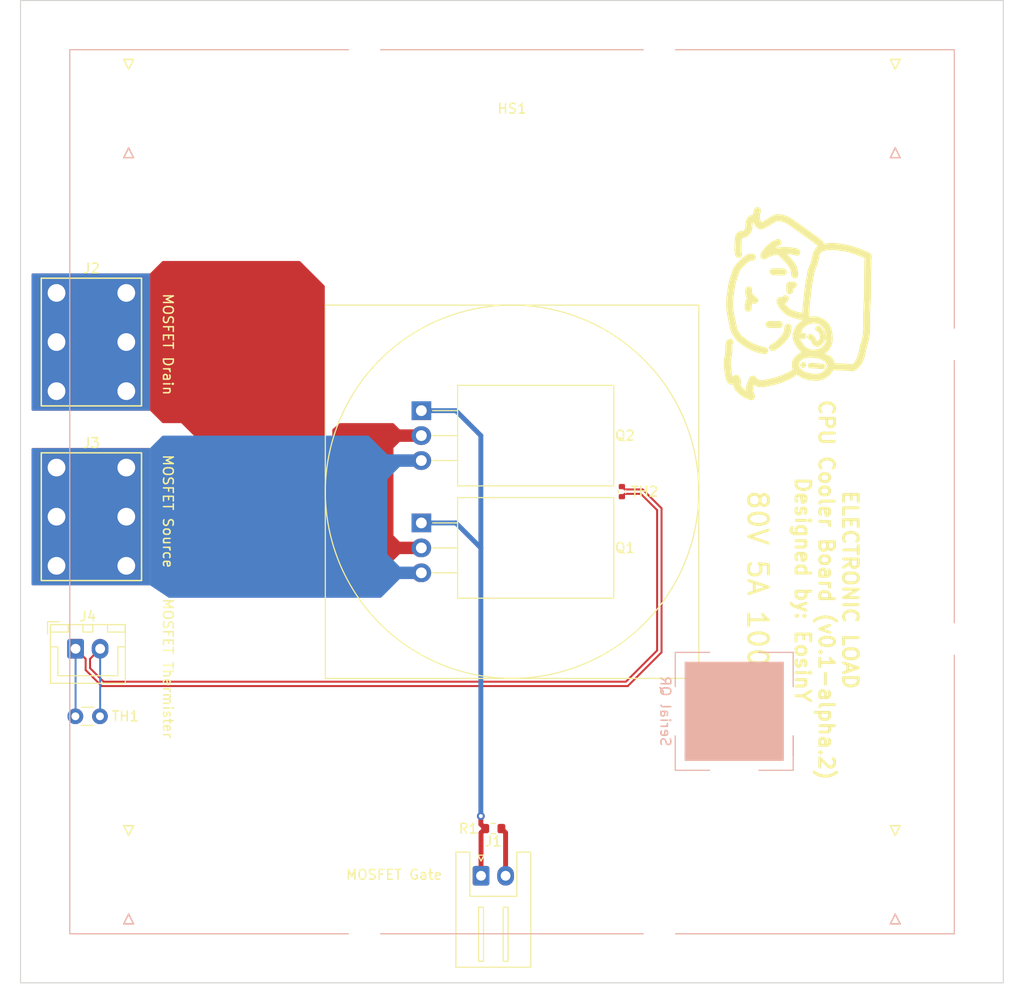
<source format=kicad_pcb>
(kicad_pcb (version 20241229) (generator "pcbnew") (generator_version "9.0")
  (layers (0 "F.Cu" signal) (2 "B.Cu" signal) (13 "F.Paste" user) (15 "B.Paste" user) (5 "F.SilkS" user "F.Silkscreen") (7 "B.SilkS" user "B.Silkscreen") (1 "F.Mask" user) (3 "B.Mask" user) (25 "Edge.Cuts" user))
  (net 0 "")
  (net 1 "GND")
  (net 2 "/Gate")
  (net 3 "/MOS+")
  (net 4 "/MOS-")
  (net 5 "/NTC+")
  (net 6 "/NTC-")
  (footprint "Eoshi-chan_v2:Eoshi-chan-v2_20x20" (layer "F.Cu") (at 109 61 -90)
    (property "Reference" "P1" (hide yes))
    (property "Value" "Eoshi-chan_Silk" (hide yes))
  )
  (footprint "MountingHole:MountingHole_3.2mm_M3" (layer "F.Cu") (at 125 65)
    (property "Reference" "H6" (hide yes))
    (property "Value" "MountingHole")
    (pad "" np_thru_hole circle (at 0 0) (size 3.2 3.2) (drill 3.2) (layers "*.Cu" "*.Mask"))
  )
  (footprint "Connector_JST:JST_XH_B2B-XH-A_1x02_P2.50mm_Vertical" (layer "F.Cu") (at 35.6 95.995)
    (property "Reference" "J4" (at 1.25 -3.285 0) (layer "F.SilkS"))
    (property "Value" "Thermister")
    (pad "1" thru_hole roundrect (at 0 0) (size 1.7 2) (drill 1) (layers "*.Cu" "*.Mask") (roundrect_rratio 0.1470588235) (net 5 "/NTC+"))
    (pad "2" thru_hole oval (at 2.5 0) (size 1.7 2) (drill 1) (layers "*.Cu" "*.Mask") (net 6 "/NTC-"))
  )
  (footprint "CPU_Cooler:LGA1700_Cooler" (layer "F.Cu") (at 80.01 80.01)
    (property "Reference" "HS1" (at 0 -39 0) (layer "F.SilkS"))
    (property "Value" "Heatsink")
    (pad "" np_thru_hole circle (at -39 -39) (size 3.2 3.2) (drill 5.2) (layers "*.Cu" "*.Mask"))
    (pad "" np_thru_hole circle (at -39 39) (size 3.2 3.2) (drill 5.2) (layers "*.Cu" "*.Mask"))
    (pad "" np_thru_hole circle (at 39 -39) (size 3.2 3.2) (drill 5.2) (layers "*.Cu" "*.Mask"))
    (pad "" np_thru_hole circle (at 39 39) (size 3.2 3.2) (drill 5.2) (layers "*.Cu" "*.Mask"))
  )
  (footprint "MountingHole:MountingHole_3.2mm_M3" (layer "F.Cu") (at 95 125)
    (property "Reference" "H3" (hide yes))
    (property "Value" "MountingHole")
    (pad "" np_thru_hole circle (at 0 0) (size 3.2 3.2) (drill 3.2) (layers "*.Cu" "*.Mask"))
  )
  (footprint "Capacitor_THT:C_Disc_D3.0mm_W1.6mm_P2.50mm" (layer "F.Cu") (at 35.58 102.87)
    (property "Reference" "TH1" (at 5.08 0 0) (layer "F.SilkS"))
    (property "Value" "NXFT15XH103FA2B050")
    (pad "1" thru_hole circle (at 0 0) (size 1.6 1.6) (drill 0.8) (layers "*.Cu" "*.Mask") (net 5 "/NTC+"))
    (pad "2" thru_hole circle (at 2.5 0) (size 1.6 1.6) (drill 0.8) (layers "*.Cu" "*.Mask") (net 6 "/NTC-"))
  )
  (footprint "Package_TO_SOT_THT:TO-220-3_Horizontal_TabDown" (layer "F.Cu") (at 70.78 71.755 -90)
    (property "Reference" "Q2" (at 2.54 -20.72 180) (layer "F.SilkS"))
    (property "Value" "TK100E06N1")
    (pad "" np_thru_hole circle (at 2.54 -16.66 270) (size 3.5 3.5) (drill 3.5) (layers "*.Cu" "*.Mask"))
    (pad "1" thru_hole rect (at 0 0 270) (size 1.905 2) (drill 1.1) (layers "*.Cu" "*.Mask") (net 2 "/Gate"))
    (pad "2" thru_hole oval (at 2.54 0 270) (size 1.905 2) (drill 1.1) (layers "*.Cu" "*.Mask") (net 3 "/MOS+"))
    (pad "3" thru_hole oval (at 5.08 0 270) (size 1.905 2) (drill 1.1) (layers "*.Cu" "*.Mask") (net 4 "/MOS-"))
  )
  (footprint "MountingHole:MountingHole_3.2mm_M3" (layer "F.Cu") (at 125 95)
    (property "Reference" "H5" (hide yes))
    (property "Value" "MountingHole")
    (pad "" np_thru_hole circle (at 0 0) (size 3.2 3.2) (drill 3.2) (layers "*.Cu" "*.Mask"))
  )
  (footprint "AM_Conn_ScrewTerminal:ScrewTerminal_01x01_PCB-20" (layer "F.Cu") (at 37.211 82.55)
    (property "Reference" "J3" (at 0 -7.5 0) (layer "F.SilkS"))
    (property "Value" "MOS-")
    (pad "1" thru_hole circle (at -3.55 -5) (size 2.7 2.7) (drill 1.8) (layers "*.Cu" "*.Mask") (net 4 "/MOS-"))
    (pad "1" thru_hole circle (at -3.55 0) (size 2.7 2.7) (drill 1.8) (layers "*.Cu" "*.Mask") (net 4 "/MOS-"))
    (pad "1" thru_hole circle (at -3.55 5) (size 2.7 2.7) (drill 1.8) (layers "*.Cu" "*.Mask") (net 4 "/MOS-"))
    (pad "1" thru_hole circle (at 3.55 -5) (size 2.7 2.7) (drill 1.8) (layers "*.Cu" "*.Mask") (net 4 "/MOS-"))
    (pad "1" thru_hole circle (at 3.55 0) (size 2.7 2.7) (drill 1.8) (layers "*.Cu" "*.Mask") (net 4 "/MOS-"))
    (pad "1" thru_hole circle (at 3.55 5) (size 2.7 2.7) (drill 1.8) (layers "*.Cu" "*.Mask") (net 4 "/MOS-"))
  )
  (footprint "Resistor_SMD:R_0402_1005Metric" (layer "F.Cu") (at 91.186 80 -90)
    (property "Reference" "TH2" (at 0 -2.314 180) (layer "F.SilkS"))
    (property "Value" "NXFT15XH103FA2B050")
    (pad "1" smd roundrect (at -0.51 0 270) (size 0.54 0.64) (layers "F.Cu" "F.Mask" "F.Paste") (net 5 "/NTC+"))
    (pad "2" smd roundrect (at 0.51 0 270) (size 0.54 0.64) (layers "F.Cu" "F.Mask" "F.Paste") (net 6 "/NTC-"))
  )
  (footprint "Package_TO_SOT_THT:TO-220-3_Horizontal_TabDown" (layer "F.Cu") (at 70.78 83.185 -90)
    (property "Reference" "Q1" (at 2.54 -20.72 180) (layer "F.SilkS"))
    (property "Value" "TK100E06N1")
    (pad "" np_thru_hole circle (at 2.54 -16.66 270) (size 3.5 3.5) (drill 3.5) (layers "*.Cu" "*.Mask"))
    (pad "1" thru_hole rect (at 0 0 270) (size 1.905 2) (drill 1.1) (layers "*.Cu" "*.Mask") (net 2 "/Gate"))
    (pad "2" thru_hole oval (at 2.54 0 270) (size 1.905 2) (drill 1.1) (layers "*.Cu" "*.Mask") (net 3 "/MOS+"))
    (pad "3" thru_hole oval (at 5.08 0 270) (size 1.905 2) (drill 1.1) (layers "*.Cu" "*.Mask") (net 4 "/MOS-"))
  )
  (footprint "Resistor_SMD:R_0603_1608Metric" (layer "F.Cu") (at 78.105 114.3)
    (property "Reference" "R1" (at -2.54 0 0) (layer "F.SilkS"))
    (property "Value" "100k")
    (pad "1" smd roundrect (at -0.825 0) (size 0.8 0.95) (layers "F.Cu" "F.Mask" "F.Paste") (net 2 "/Gate"))
    (pad "2" smd roundrect (at 0.825 0) (size 0.8 0.95) (layers "F.Cu" "F.Mask" "F.Paste") (net 1 "GND"))
  )
  (footprint "MountingHole:MountingHole_3.2mm_M3" (layer "F.Cu") (at 95 35)
    (property "Reference" "H1" (hide yes))
    (property "Value" "MountingHole")
    (pad "" np_thru_hole circle (at 0 0) (size 3.2 3.2) (drill 3.2) (layers "*.Cu" "*.Mask"))
  )
  (footprint "MountingHole:MountingHole_3.2mm_M3" (layer "F.Cu") (at 65 35)
    (property "Reference" "H4" (hide yes))
    (property "Value" "MountingHole")
    (pad "" np_thru_hole circle (at 0 0) (size 3.2 3.2) (drill 3.2) (layers "*.Cu" "*.Mask"))
  )
  (footprint "AM_Conn_ScrewTerminal:ScrewTerminal_01x01_PCB-20" (layer "F.Cu") (at 37.211 64.77)
    (property "Reference" "J2" (at 0 -7.5 0) (layer "F.SilkS"))
    (property "Value" "MOS+")
    (pad "1" thru_hole circle (at -3.55 -5) (size 2.7 2.7) (drill 1.8) (layers "*.Cu" "*.Mask") (net 3 "/MOS+"))
    (pad "1" thru_hole circle (at -3.55 0) (size 2.7 2.7) (drill 1.8) (layers "*.Cu" "*.Mask") (net 3 "/MOS+"))
    (pad "1" thru_hole circle (at -3.55 5) (size 2.7 2.7) (drill 1.8) (layers "*.Cu" "*.Mask") (net 3 "/MOS+"))
    (pad "1" thru_hole circle (at 3.55 -5) (size 2.7 2.7) (drill 1.8) (layers "*.Cu" "*.Mask") (net 3 "/MOS+"))
    (pad "1" thru_hole circle (at 3.55 0) (size 2.7 2.7) (drill 1.8) (layers "*.Cu" "*.Mask") (net 3 "/MOS+"))
    (pad "1" thru_hole circle (at 3.55 5) (size 2.7 2.7) (drill 1.8) (layers "*.Cu" "*.Mask") (net 3 "/MOS+"))
  )
  (footprint "MountingHole:MountingHole_3.2mm_M3" (layer "F.Cu") (at 65 125)
    (property "Reference" "H2" (hide yes))
    (property "Value" "MountingHole")
    (pad "" np_thru_hole circle (at 0 0) (size 3.2 3.2) (drill 3.2) (layers "*.Cu" "*.Mask"))
  )
  (footprint "Connector_JST:JST_XH_S2B-XH-A_1x02_P2.50mm_Horizontal" (layer "F.Cu") (at 76.855 119.105)
    (property "Reference" "J1" (at 1.25 -3.5 0) (layer "F.SilkS"))
    (property "Value" "Gate")
    (pad "1" thru_hole roundrect (at 0 0) (size 1.7 2) (drill 1) (layers "*.Cu" "*.Mask") (roundrect_rratio 0.1470588235) (net 2 "/Gate"))
    (pad "2" thru_hole oval (at 2.5 0) (size 1.7 2) (drill 1) (layers "*.Cu" "*.Mask") (net 1 "GND"))
  )
  (footprint "JLCPCB_Serial:Serial_QR_10x10" (layer "B.Cu") (at 102.616 102.362 90)
    (property "Reference" "P2" (hide yes))
    (property "Value" "Serial_QR")
    (fp_text user "Serial QR" (at 0 -7 270) (layer "B.SilkS") (effects (justify mirror)))
  )
  (gr_line (start 119.5 36) (end 119 37) (stroke (width 0.15)) (layer "F.SilkS"))
  (gr_line (start 40.5 114) (end 41.5 114) (stroke (width 0.15)) (layer "F.SilkS"))
  (gr_line (start 41.5 36) (end 41 37) (stroke (width 0.15)) (layer "F.SilkS"))
  (gr_line (start 119 115) (end 118.5 114) (stroke (width 0.15)) (layer "F.SilkS"))
  (gr_line (start 118.5 36) (end 119.5 36) (stroke (width 0.15)) (layer "F.SilkS"))
  (gr_line (start 119.5 114) (end 119 115) (stroke (width 0.15)) (layer "F.SilkS"))
  (gr_line (start 118.5 114) (end 119.5 114) (stroke (width 0.15)) (layer "F.SilkS"))
  (gr_line (start 41 115) (end 40.5 114) (stroke (width 0.15)) (layer "F.SilkS"))
  (gr_line (start 119 37) (end 118.5 36) (stroke (width 0.15)) (layer "F.SilkS"))
  (gr_line (start 40.5 36) (end 41.5 36) (stroke (width 0.15)) (layer "F.SilkS"))
  (gr_line (start 41.5 114) (end 41 115) (stroke (width 0.15)) (layer "F.SilkS"))
  (gr_line (start 41 37) (end 40.5 36) (stroke (width 0.15)) (layer "F.SilkS"))
  (gr_line (start 41.5 46) (end 40.5 46) (stroke (width 0.15)) (layer "B.SilkS"))
  (gr_line (start 119.5 46) (end 118.5 46) (stroke (width 0.15)) (layer "B.SilkS"))
  (gr_line (start 119.5 124) (end 118.5 124) (stroke (width 0.15)) (layer "B.SilkS"))
  (gr_line (start 41.5 124) (end 40.5 124) (stroke (width 0.15)) (layer "B.SilkS"))
  (gr_line (start 118.5 124) (end 119 123) (stroke (width 0.15)) (layer "B.SilkS"))
  (gr_line (start 40.5 124) (end 41 123) (stroke (width 0.15)) (layer "B.SilkS"))
  (gr_line (start 119 45) (end 119.5 46) (stroke (width 0.15)) (layer "B.SilkS"))
  (gr_line (start 118.5 46) (end 119 45) (stroke (width 0.15)) (layer "B.SilkS"))
  (gr_line (start 119 123) (end 119.5 124) (stroke (width 0.15)) (layer "B.SilkS"))
  (gr_line (start 40.5 46) (end 41 45) (stroke (width 0.15)) (layer "B.SilkS"))
  (gr_line (start 41 123) (end 41.5 124) (stroke (width 0.15)) (layer "B.SilkS"))
  (gr_line (start 41 45) (end 41.5 46) (stroke (width 0.15)) (layer "B.SilkS"))
  (gr_rect (start 30 30) (end 130 130) (stroke (width 0.1)) (fill no) (layer "Edge.Cuts"))
  (gr_text "80V 5A 100W" (at 105 90 270) (layer "F.SilkS") (effects (font (size 2 2) (thickness 0.3))))
  (gr_text "ELECTRONIC LOAD\nCPU Cooler Board (v0.1-alpha.2)\nDesigned by: EosinY" (at 112 90 270) (layer "F.SilkS") (effects (font (size 1.5 1.5) (thickness 0.3))))
  (gr_text "MOSFET Thermister\n" (at 45 98 270) (layer "F.SilkS") (effects (font (size 1 1))))
  (gr_text "MOSFET Drain" (at 45 65 270) (layer "F.SilkS") (effects (font (size 1 1))))
  (gr_text "MOSFET Source\n" (at 45 82 270) (layer "F.SilkS") (effects (font (size 1 1))))
  (gr_text "MOSFET Gate" (at 68 119 0) (layer "F.SilkS") (effects (font (size 1 1))))
  (segment (start 79.355 119.105) (end 79.355 114.725) (width 0.5) (layer "F.Cu") (net 1))
  (segment (start 79.355 114.725) (end 78.93 114.3) (width 0.5) (layer "F.Cu") (net 1))
  (segment (start 77.28 114.3) (end 76.835 113.855) (width 0.5) (layer "F.Cu") (net 2))
  (segment (start 76.835 113.855) (end 76.835 113.03) (width 0.5) (layer "F.Cu") (net 2))
  (segment (start 76.855 114.725) (end 77.28 114.3) (width 0.5) (layer "F.Cu") (net 2))
  (segment (start 76.855 119.105) (end 76.855 114.725) (width 0.5) (layer "F.Cu") (net 2))
  (via (at 76.835 113.03) (size 0.8) (drill 0.4) (layers "F.Cu" "B.Cu") (net 2))
  (segment (start 76.835 113.03) (end 76.835 85.725) (width 0.5) (layer "B.Cu") (net 2))
  (segment (start 74.295 71.755) (end 70.78 71.755) (width 0.5) (layer "B.Cu") (net 2))
  (segment (start 76.835 85.725) (end 74.295 83.185) (width 0.5) (layer "B.Cu") (net 2))
  (segment (start 76.835 85.725) (end 76.835 74.295) (width 0.5) (layer "B.Cu") (net 2))
  (segment (start 74.295 83.185) (end 70.78 83.185) (width 0.5) (layer "B.Cu") (net 2))
  (segment (start 76.835 74.295) (end 74.295 71.755) (width 0.5) (layer "B.Cu") (net 2))
  (segment (start 38.2608 99.793) (end 91.787199 99.793001) (width 0.2) (layer "F.Cu") (net 5))
  (segment (start 36.624999 97.019999) (end 36.624999 98.157199) (width 0.2) (layer "F.Cu") (net 5))
  (segment (start 91.787199 99.793001) (end 95.221 96.3592) (width 0.2) (layer "F.Cu") (net 5))
  (segment (start 36.624999 98.157199) (end 38.2608 99.793) (width 0.2) (layer "F.Cu") (net 5))
  (segment (start 91.470999 79.774999) (end 91.186 79.49) (width 0.2) (layer "F.Cu") (net 5))
  (segment (start 95.221 81.6948) (end 93.301199 79.774999) (width 0.2) (layer "F.Cu") (net 5))
  (segment (start 35.6 95.995) (end 36.624999 97.019999) (width 0.2) (layer "F.Cu") (net 5))
  (segment (start 93.301199 79.774999) (end 91.470999 79.774999) (width 0.2) (layer "F.Cu") (net 5))
  (segment (start 95.221 96.3592) (end 95.221 81.6948) (width 0.2) (layer "F.Cu") (net 5))
  (segment (start 35.6 102.85) (end 35.6 95.995) (width 0.2) (layer "B.Cu") (net 5))
  (segment (start 94.771 96.1728) (end 94.771 81.8812) (width 0.2) (layer "F.Cu") (net 6))
  (segment (start 91.470999 80.225001) (end 91.186 80.51) (width 0.2) (layer "F.Cu") (net 6))
  (segment (start 94.771 81.8812) (end 93.114801 80.225001) (width 0.2) (layer "F.Cu") (net 6))
  (segment (start 38.4472 99.343) (end 91.600801 99.342999) (width 0.2) (layer "F.Cu") (net 6))
  (segment (start 37.075001 97.019999) (end 37.075001 97.970801) (width 0.2) (layer "F.Cu") (net 6))
  (segment (start 37.075001 97.970801) (end 38.4472 99.343) (width 0.2) (layer "F.Cu") (net 6))
  (segment (start 38.1 95.995) (end 37.075001 97.019999) (width 0.2) (layer "F.Cu") (net 6))
  (segment (start 91.600801 99.342999) (end 94.771 96.1728) (width 0.2) (layer "F.Cu") (net 6))
  (segment (start 93.114801 80.225001) (end 91.470999 80.225001) (width 0.2) (layer "F.Cu") (net 6))
  (segment (start 38.1 102.85) (end 38.1 95.995) (width 0.2) (layer "B.Cu") (net 6))
  (zone (net 3) (net_name "/MOS+") (layer "F.Cu") (connect_pads yes (clearance 0.508)) (min_thickness 0.254) (fill yes (thermal_gap 0.508) (thermal_bridge_width 0.508))
    (polygon (pts (xy 62.484 73.025) (xy 67.945 73.025) (xy 68.58 73.66) (xy 71.12 73.66) (xy 71.12 74.93) (xy 68.58 74.93) (xy 67.945 75.565) (xy 67.945 84.455) (xy 68.58 85.09) (xy 71.12 85.09) (xy 71.12 86.36) (xy 68.58 86.36) (xy 67.31 87.63) (xy 50.165 87.63) (xy 47.625 85.09) (xy 47.625 74.295) (xy 46.355 73.025) (xy 44.45 73.025) (xy 43.18 71.755) (xy 43.18 57.785) (xy 44.45 56.515) (xy 58.42 56.515) (xy 60.96 59.055) (xy 60.96 77.47) (xy 61.214 77.724) (xy 61.468 77.724) (xy 61.722 77.47) (xy 61.722 73.66)))
  )
  (zone (net 3) (net_name "/MOS+") (layers "F.Cu" "B.Cu") (connect_pads yes (clearance 0.508)) (min_thickness 0.254) (fill yes (thermal_gap 0.508) (thermal_bridge_width 0.508))
    (polygon (pts (xy 43.18 71.755) (xy 31.115 71.755) (xy 31.115 57.785) (xy 43.18 57.785)))
  )
  (zone (net 4) (net_name "/MOS-") (layers "F.Cu" "B.Cu") (connect_pads yes (clearance 0.508)) (min_thickness 0.254) (fill yes (thermal_gap 0.508) (thermal_bridge_width 0.508))
    (polygon (pts (xy 43.18 89.535) (xy 31.115 89.535) (xy 31.115 75.565) (xy 43.18 75.565)))
  )
  (zone (net 4) (net_name "/MOS-") (layer "B.Cu") (connect_pads yes (clearance 0.508)) (min_thickness 0.254) (fill yes (thermal_gap 0.508) (thermal_bridge_width 0.508))
    (polygon (pts (xy 71.12 77.47) (xy 68.58 77.47) (xy 67.31 78.74) (xy 67.31 86.36) (xy 68.58 87.63) (xy 71.12 87.63) (xy 71.12 88.9) (xy 68.58 88.9) (xy 66.675 90.805) (xy 45.085 90.805) (xy 43.18 89.535) (xy 43.18 75.565) (xy 44.45 74.295) (xy 65.405 74.295) (xy 67.31 76.2) (xy 71.12 76.2)))
  )
)
</source>
